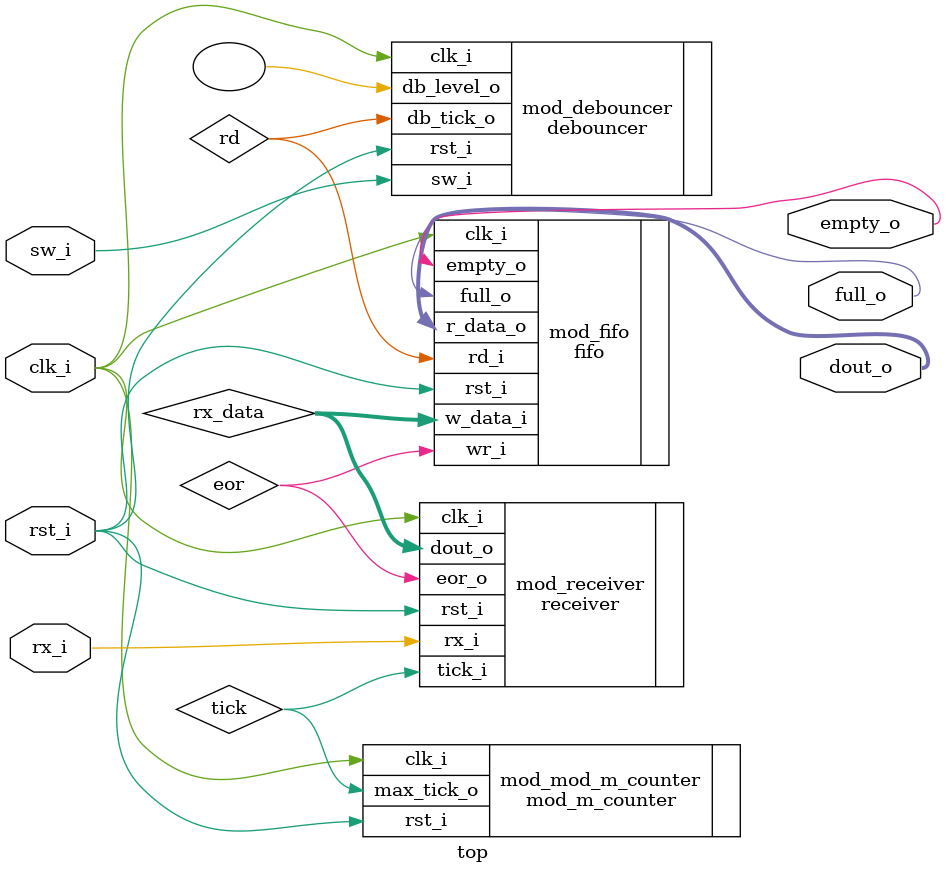
<source format=v>

module top (
  input         clk_i,
  input         rst_i,
  input         rx_i,
  input         sw_i,
  output  [7:0] dout_o,
  output        empty_o,
  output        full_o
);
  
  wire tick;
  wire eor;
  wire [7:0] rx_data;
  wire rd;
  
  mod_m_counter mod_mod_m_counter (
    .clk_i(clk_i),
    .rst_i(rst_i),
    .max_tick_o(tick)
  );
  
  receiver mod_receiver ( 
    .clk_i(clk_i),
    .rst_i(rst_i),
    .rx_i(rx_i),
    .tick_i(tick),
    .eor_o(eor),
    .dout_o(rx_data)
  );  
  
  fifo #(
    .Width(8), 
    .AddrBits(3)
  ) mod_fifo ( 
    .clk_i(clk_i),
    .rst_i(rst_i),
    .wr_i(eor),
    .rd_i(rd),
    .w_data_i(rx_data),
    .r_data_o(dout_o),
    .empty_o(empty_o),
    .full_o(full_o)
  );
  
  debouncer mod_debouncer (
    .clk_i(clk_i),
    .rst_i(rst_i),
    .sw_i(sw_i),
    .db_level_o(),
    .db_tick_o(rd)
  );

endmodule

</source>
